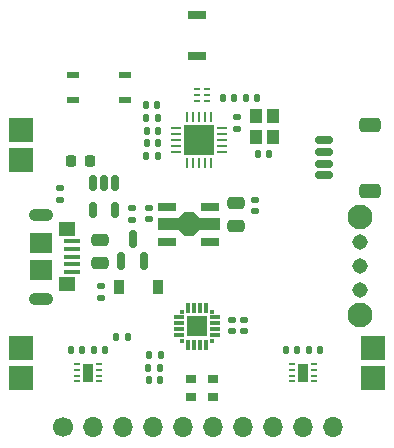
<source format=gbr>
%TF.GenerationSoftware,KiCad,Pcbnew,6.0.7-f9a2dced07~116~ubuntu22.04.1*%
%TF.CreationDate,2022-09-16T16:44:02+02:00*%
%TF.ProjectId,PCB,5043422e-6b69-4636-9164-5f7063625858,alfa*%
%TF.SameCoordinates,Original*%
%TF.FileFunction,Soldermask,Top*%
%TF.FilePolarity,Negative*%
%FSLAX46Y46*%
G04 Gerber Fmt 4.6, Leading zero omitted, Abs format (unit mm)*
G04 Created by KiCad (PCBNEW 6.0.7-f9a2dced07~116~ubuntu22.04.1) date 2022-09-16 16:44:02*
%MOMM*%
%LPD*%
G01*
G04 APERTURE LIST*
G04 Aperture macros list*
%AMRoundRect*
0 Rectangle with rounded corners*
0 $1 Rounding radius*
0 $2 $3 $4 $5 $6 $7 $8 $9 X,Y pos of 4 corners*
0 Add a 4 corners polygon primitive as box body*
4,1,4,$2,$3,$4,$5,$6,$7,$8,$9,$2,$3,0*
0 Add four circle primitives for the rounded corners*
1,1,$1+$1,$2,$3*
1,1,$1+$1,$4,$5*
1,1,$1+$1,$6,$7*
1,1,$1+$1,$8,$9*
0 Add four rect primitives between the rounded corners*
20,1,$1+$1,$2,$3,$4,$5,0*
20,1,$1+$1,$4,$5,$6,$7,0*
20,1,$1+$1,$6,$7,$8,$9,0*
20,1,$1+$1,$8,$9,$2,$3,0*%
%AMFreePoly0*
4,1,13,0.900000,0.500000,2.600000,0.500000,2.600000,-0.500000,0.900000,-0.500000,0.400000,-1.000000,-0.400000,-1.000000,-0.900000,-0.500000,-2.600000,-0.500000,-2.600000,0.500000,-0.900000,0.500000,-0.400000,1.000000,0.400000,1.000000,0.900000,0.500000,0.900000,0.500000,$1*%
G04 Aperture macros list end*
%ADD10RoundRect,0.140000X0.140000X0.170000X-0.140000X0.170000X-0.140000X-0.170000X0.140000X-0.170000X0*%
%ADD11O,2.100000X1.050000*%
%ADD12R,1.900000X1.750000*%
%ADD13R,1.450000X1.150000*%
%ADD14R,1.400000X0.400000*%
%ADD15R,1.600000X0.800000*%
%ADD16R,1.000000X1.150000*%
%ADD17RoundRect,0.135000X0.135000X0.185000X-0.135000X0.185000X-0.135000X-0.185000X0.135000X-0.185000X0*%
%ADD18RoundRect,0.250000X0.475000X-0.250000X0.475000X0.250000X-0.475000X0.250000X-0.475000X-0.250000X0*%
%ADD19RoundRect,0.150000X-0.150000X0.512500X-0.150000X-0.512500X0.150000X-0.512500X0.150000X0.512500X0*%
%ADD20RoundRect,0.218750X0.218750X0.256250X-0.218750X0.256250X-0.218750X-0.256250X0.218750X-0.256250X0*%
%ADD21RoundRect,0.062500X0.062500X-0.350000X0.062500X0.350000X-0.062500X0.350000X-0.062500X-0.350000X0*%
%ADD22RoundRect,0.062500X0.350000X-0.062500X0.350000X0.062500X-0.350000X0.062500X-0.350000X-0.062500X0*%
%ADD23R,2.500000X2.500000*%
%ADD24RoundRect,0.140000X-0.140000X-0.170000X0.140000X-0.170000X0.140000X0.170000X-0.140000X0.170000X0*%
%ADD25RoundRect,0.140000X-0.170000X0.140000X-0.170000X-0.140000X0.170000X-0.140000X0.170000X0.140000X0*%
%ADD26R,0.300000X0.300000*%
%ADD27R,0.900000X0.300000*%
%ADD28R,0.300000X0.900000*%
%ADD29R,1.800000X1.800000*%
%ADD30RoundRect,0.135000X0.185000X-0.135000X0.185000X0.135000X-0.185000X0.135000X-0.185000X-0.135000X0*%
%ADD31R,2.000000X2.000000*%
%ADD32RoundRect,0.135000X-0.185000X0.135000X-0.185000X-0.135000X0.185000X-0.135000X0.185000X0.135000X0*%
%ADD33O,1.700000X1.700000*%
%ADD34C,1.700000*%
%ADD35RoundRect,0.250000X-0.475000X0.250000X-0.475000X-0.250000X0.475000X-0.250000X0.475000X0.250000X0*%
%ADD36RoundRect,0.135000X-0.135000X-0.185000X0.135000X-0.185000X0.135000X0.185000X-0.135000X0.185000X0*%
%ADD37R,0.500000X0.250000*%
%ADD38R,0.900000X1.600000*%
%ADD39R,0.550000X0.250000*%
%ADD40R,1.500000X0.700000*%
%ADD41FreePoly0,0.000000*%
%ADD42RoundRect,0.150000X0.150000X-0.587500X0.150000X0.587500X-0.150000X0.587500X-0.150000X-0.587500X0*%
%ADD43RoundRect,0.150000X0.625000X-0.150000X0.625000X0.150000X-0.625000X0.150000X-0.625000X-0.150000X0*%
%ADD44RoundRect,0.250000X0.650000X-0.350000X0.650000X0.350000X-0.650000X0.350000X-0.650000X-0.350000X0*%
%ADD45R,0.900000X0.750000*%
%ADD46R,0.900000X1.200000*%
%ADD47R,1.117600X0.609600*%
%ADD48C,1.308000*%
%ADD49C,2.100000*%
G04 APERTURE END LIST*
D10*
%TO.C,C12*%
X72250000Y-76060000D03*
X73210000Y-76060000D03*
%TD*%
D11*
%TO.C,J4*%
X63352500Y-92475000D03*
X63352500Y-85325000D03*
D12*
X63352500Y-90025000D03*
X63352500Y-87775000D03*
D13*
X65582500Y-91220000D03*
X65582500Y-86580000D03*
D14*
X66002500Y-90200000D03*
X66002500Y-89550000D03*
X66002500Y-88900000D03*
X66002500Y-88250000D03*
X66002500Y-87600000D03*
%TD*%
D15*
%TO.C,E1*%
X76550000Y-68467500D03*
X76550000Y-71867500D03*
%TD*%
D16*
%TO.C,Y2*%
X82950000Y-78755000D03*
X82950000Y-77005000D03*
X81550000Y-77005000D03*
X81550000Y-78755000D03*
%TD*%
D17*
%TO.C,R2*%
X72450000Y-97260000D03*
X73470000Y-97260000D03*
%TD*%
D10*
%TO.C,C16*%
X82640000Y-80160000D03*
X81680000Y-80160000D03*
%TD*%
D18*
%TO.C,C10*%
X68310000Y-87490000D03*
X68310000Y-89390000D03*
%TD*%
D10*
%TO.C,C18*%
X80690000Y-75440000D03*
X81650000Y-75440000D03*
%TD*%
D19*
%TO.C,U6*%
X69650000Y-84927500D03*
X67750000Y-84927500D03*
X67750000Y-82652500D03*
X68700000Y-82652500D03*
X69650000Y-82652500D03*
%TD*%
D20*
%TO.C,D4*%
X65892500Y-80830000D03*
X67467500Y-80830000D03*
%TD*%
D21*
%TO.C,U8*%
X75750000Y-80967500D03*
X76250000Y-80967500D03*
X76750000Y-80967500D03*
X77250000Y-80967500D03*
X77750000Y-80967500D03*
D22*
X78687500Y-80030000D03*
X78687500Y-79530000D03*
X78687500Y-79030000D03*
X78687500Y-78530000D03*
X78687500Y-78030000D03*
D21*
X77750000Y-77092500D03*
X77250000Y-77092500D03*
X76750000Y-77092500D03*
X76250000Y-77092500D03*
X75750000Y-77092500D03*
D22*
X74812500Y-78030000D03*
X74812500Y-78530000D03*
X74812500Y-79030000D03*
X74812500Y-79530000D03*
X74812500Y-80030000D03*
D23*
X76750000Y-79030000D03*
%TD*%
D24*
%TO.C,C13*%
X73247400Y-78217600D03*
X72287400Y-78217600D03*
%TD*%
D25*
%TO.C,C2*%
X79510000Y-95210000D03*
X79510000Y-94250000D03*
%TD*%
D26*
%TO.C,U2*%
X77810000Y-96040000D03*
D27*
X78110000Y-95540000D03*
X78110000Y-95040000D03*
X78110000Y-94540000D03*
X78110000Y-94040000D03*
D26*
X77810000Y-93540000D03*
D28*
X77310000Y-93240000D03*
X76810000Y-93240000D03*
X76310000Y-93240000D03*
X75810000Y-93240000D03*
D26*
X75310000Y-93540000D03*
D27*
X75010000Y-94040000D03*
X75010000Y-94540000D03*
X75010000Y-95040000D03*
X75010000Y-95540000D03*
D26*
X75310000Y-96040000D03*
D28*
X75810000Y-96340000D03*
X76310000Y-96340000D03*
X76810000Y-96340000D03*
X77310000Y-96340000D03*
D29*
X76560000Y-94790000D03*
%TD*%
D30*
%TO.C,R12*%
X79900000Y-78110000D03*
X79900000Y-77090000D03*
%TD*%
D25*
%TO.C,C9*%
X81440000Y-85040000D03*
X81440000Y-84080000D03*
%TD*%
D30*
%TO.C,R8*%
X64990000Y-83050000D03*
X64990000Y-84070000D03*
%TD*%
D31*
%TO.C,J8*%
X91452000Y-96650000D03*
X91452000Y-99190000D03*
%TD*%
D32*
%TO.C,R7*%
X68430000Y-92430000D03*
X68430000Y-91410000D03*
%TD*%
D25*
%TO.C,C5*%
X80510000Y-95200000D03*
X80510000Y-94240000D03*
%TD*%
D24*
%TO.C,C3*%
X85040000Y-96770000D03*
X84080000Y-96770000D03*
%TD*%
D33*
%TO.C,J1*%
X88110000Y-103340000D03*
X85570000Y-103340000D03*
X83030000Y-103340000D03*
X80490000Y-103340000D03*
X77950000Y-103340000D03*
X75410000Y-103340000D03*
X72870000Y-103340000D03*
X70330000Y-103340000D03*
X67790000Y-103340000D03*
D34*
X65250000Y-103340000D03*
%TD*%
D35*
%TO.C,C7*%
X79820000Y-86290000D03*
X79820000Y-84390000D03*
%TD*%
D36*
%TO.C,R1*%
X73460000Y-98290000D03*
X72440000Y-98290000D03*
%TD*%
D24*
%TO.C,C11*%
X73420000Y-99320000D03*
X72460000Y-99320000D03*
%TD*%
%TO.C,C8*%
X66850000Y-96770000D03*
X65890000Y-96770000D03*
%TD*%
D37*
%TO.C,U1*%
X66400000Y-97960000D03*
X66400000Y-98460000D03*
X66400000Y-98960000D03*
X66400000Y-99460000D03*
X68300000Y-99460000D03*
X68300000Y-98960000D03*
X68300000Y-98460000D03*
X68300000Y-97960000D03*
D38*
X67350000Y-98710000D03*
%TD*%
D36*
%TO.C,R11*%
X73277400Y-77127600D03*
X72257400Y-77127600D03*
%TD*%
D31*
%TO.C,J5*%
X61671000Y-78200000D03*
X61671000Y-80740000D03*
%TD*%
D10*
%TO.C,C6*%
X67830000Y-96770000D03*
X68790000Y-96770000D03*
%TD*%
D39*
%TO.C,FL1*%
X76562400Y-74697600D03*
X76562400Y-75197600D03*
X76562400Y-75697600D03*
X77412400Y-75697600D03*
X77412400Y-75197600D03*
X77412400Y-74697600D03*
%TD*%
D40*
%TO.C,U5*%
X77690000Y-84650000D03*
X77690000Y-87650000D03*
X73990000Y-87650000D03*
D41*
X75840000Y-86150000D03*
D40*
X73990000Y-84650000D03*
%TD*%
D42*
%TO.C,Q1*%
X71110000Y-87392500D03*
X72060000Y-89267500D03*
X70160000Y-89267500D03*
%TD*%
D10*
%TO.C,C15*%
X72277400Y-80337600D03*
X73237400Y-80337600D03*
%TD*%
%TO.C,C14*%
X72287400Y-79277600D03*
X73247400Y-79277600D03*
%TD*%
D43*
%TO.C,J3*%
X87300000Y-82020000D03*
X87300000Y-81020000D03*
X87300000Y-80020000D03*
X87300000Y-79020000D03*
D44*
X91175000Y-77720000D03*
X91175000Y-83320000D03*
%TD*%
D45*
%TO.C,D1*%
X77885600Y-99236600D03*
X77885600Y-100736600D03*
X76085600Y-100736600D03*
X76085600Y-99236600D03*
%TD*%
D46*
%TO.C,D2*%
X69980000Y-91480000D03*
X73280000Y-91480000D03*
%TD*%
D47*
%TO.C,SW1*%
X70486049Y-75649998D03*
X66091849Y-75649998D03*
X70486049Y-73500000D03*
X66091849Y-73500000D03*
%TD*%
D37*
%TO.C,U3*%
X84590000Y-97960000D03*
X84590000Y-98460000D03*
X84590000Y-98960000D03*
X84590000Y-99460000D03*
X86490000Y-99460000D03*
X86490000Y-98960000D03*
X86490000Y-98460000D03*
X86490000Y-97960000D03*
D38*
X85540000Y-98710000D03*
%TD*%
D48*
%TO.C,U7*%
X90330000Y-91690000D03*
X90330000Y-87690000D03*
X90330000Y-89690000D03*
D49*
X90330000Y-93840000D03*
X90330000Y-85540000D03*
%TD*%
D24*
%TO.C,C17*%
X79680000Y-75450000D03*
X78720000Y-75450000D03*
%TD*%
D25*
%TO.C,C4*%
X72470000Y-85740000D03*
X72470000Y-84780000D03*
%TD*%
D10*
%TO.C,C1*%
X86020000Y-96770000D03*
X86980000Y-96770000D03*
%TD*%
D31*
%TO.C,J7*%
X61671000Y-96650000D03*
X61671000Y-99190000D03*
%TD*%
D30*
%TO.C,R10*%
X71070000Y-84740000D03*
X71070000Y-85760000D03*
%TD*%
D17*
%TO.C,R6*%
X69730000Y-95660000D03*
X70750000Y-95660000D03*
%TD*%
M02*

</source>
